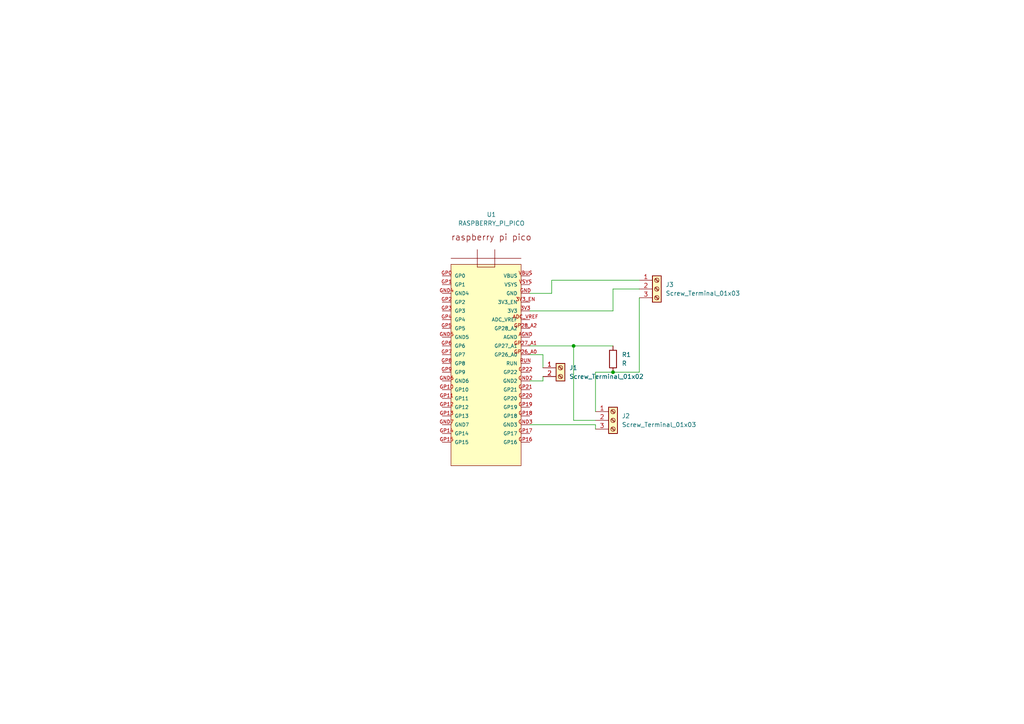
<source format=kicad_sch>
(kicad_sch
	(version 20231120)
	(generator "eeschema")
	(generator_version "8.0")
	(uuid "0a893060-3909-4c84-a771-76270f9a00ed")
	(paper "A4")
	(lib_symbols
		(symbol "Connector:Screw_Terminal_01x02"
			(pin_names
				(offset 1.016) hide)
			(exclude_from_sim no)
			(in_bom yes)
			(on_board yes)
			(property "Reference" "J"
				(at 0 2.54 0)
				(effects
					(font
						(size 1.27 1.27)
					)
				)
			)
			(property "Value" "Screw_Terminal_01x02"
				(at 0 -5.08 0)
				(effects
					(font
						(size 1.27 1.27)
					)
				)
			)
			(property "Footprint" ""
				(at 0 0 0)
				(effects
					(font
						(size 1.27 1.27)
					)
					(hide yes)
				)
			)
			(property "Datasheet" "~"
				(at 0 0 0)
				(effects
					(font
						(size 1.27 1.27)
					)
					(hide yes)
				)
			)
			(property "Description" "Generic screw terminal, single row, 01x02, script generated (kicad-library-utils/schlib/autogen/connector/)"
				(at 0 0 0)
				(effects
					(font
						(size 1.27 1.27)
					)
					(hide yes)
				)
			)
			(property "ki_keywords" "screw terminal"
				(at 0 0 0)
				(effects
					(font
						(size 1.27 1.27)
					)
					(hide yes)
				)
			)
			(property "ki_fp_filters" "TerminalBlock*:*"
				(at 0 0 0)
				(effects
					(font
						(size 1.27 1.27)
					)
					(hide yes)
				)
			)
			(symbol "Screw_Terminal_01x02_1_1"
				(rectangle
					(start -1.27 1.27)
					(end 1.27 -3.81)
					(stroke
						(width 0.254)
						(type default)
					)
					(fill
						(type background)
					)
				)
				(circle
					(center 0 -2.54)
					(radius 0.635)
					(stroke
						(width 0.1524)
						(type default)
					)
					(fill
						(type none)
					)
				)
				(polyline
					(pts
						(xy -0.5334 -2.2098) (xy 0.3302 -3.048)
					)
					(stroke
						(width 0.1524)
						(type default)
					)
					(fill
						(type none)
					)
				)
				(polyline
					(pts
						(xy -0.5334 0.3302) (xy 0.3302 -0.508)
					)
					(stroke
						(width 0.1524)
						(type default)
					)
					(fill
						(type none)
					)
				)
				(polyline
					(pts
						(xy -0.3556 -2.032) (xy 0.508 -2.8702)
					)
					(stroke
						(width 0.1524)
						(type default)
					)
					(fill
						(type none)
					)
				)
				(polyline
					(pts
						(xy -0.3556 0.508) (xy 0.508 -0.3302)
					)
					(stroke
						(width 0.1524)
						(type default)
					)
					(fill
						(type none)
					)
				)
				(circle
					(center 0 0)
					(radius 0.635)
					(stroke
						(width 0.1524)
						(type default)
					)
					(fill
						(type none)
					)
				)
				(pin passive line
					(at -5.08 0 0)
					(length 3.81)
					(name "Pin_1"
						(effects
							(font
								(size 1.27 1.27)
							)
						)
					)
					(number "1"
						(effects
							(font
								(size 1.27 1.27)
							)
						)
					)
				)
				(pin passive line
					(at -5.08 -2.54 0)
					(length 3.81)
					(name "Pin_2"
						(effects
							(font
								(size 1.27 1.27)
							)
						)
					)
					(number "2"
						(effects
							(font
								(size 1.27 1.27)
							)
						)
					)
				)
			)
		)
		(symbol "Connector:Screw_Terminal_01x03"
			(pin_names
				(offset 1.016) hide)
			(exclude_from_sim no)
			(in_bom yes)
			(on_board yes)
			(property "Reference" "J"
				(at 0 5.08 0)
				(effects
					(font
						(size 1.27 1.27)
					)
				)
			)
			(property "Value" "Screw_Terminal_01x03"
				(at 0 -5.08 0)
				(effects
					(font
						(size 1.27 1.27)
					)
				)
			)
			(property "Footprint" ""
				(at 0 0 0)
				(effects
					(font
						(size 1.27 1.27)
					)
					(hide yes)
				)
			)
			(property "Datasheet" "~"
				(at 0 0 0)
				(effects
					(font
						(size 1.27 1.27)
					)
					(hide yes)
				)
			)
			(property "Description" "Generic screw terminal, single row, 01x03, script generated (kicad-library-utils/schlib/autogen/connector/)"
				(at 0 0 0)
				(effects
					(font
						(size 1.27 1.27)
					)
					(hide yes)
				)
			)
			(property "ki_keywords" "screw terminal"
				(at 0 0 0)
				(effects
					(font
						(size 1.27 1.27)
					)
					(hide yes)
				)
			)
			(property "ki_fp_filters" "TerminalBlock*:*"
				(at 0 0 0)
				(effects
					(font
						(size 1.27 1.27)
					)
					(hide yes)
				)
			)
			(symbol "Screw_Terminal_01x03_1_1"
				(rectangle
					(start -1.27 3.81)
					(end 1.27 -3.81)
					(stroke
						(width 0.254)
						(type default)
					)
					(fill
						(type background)
					)
				)
				(circle
					(center 0 -2.54)
					(radius 0.635)
					(stroke
						(width 0.1524)
						(type default)
					)
					(fill
						(type none)
					)
				)
				(polyline
					(pts
						(xy -0.5334 -2.2098) (xy 0.3302 -3.048)
					)
					(stroke
						(width 0.1524)
						(type default)
					)
					(fill
						(type none)
					)
				)
				(polyline
					(pts
						(xy -0.5334 0.3302) (xy 0.3302 -0.508)
					)
					(stroke
						(width 0.1524)
						(type default)
					)
					(fill
						(type none)
					)
				)
				(polyline
					(pts
						(xy -0.5334 2.8702) (xy 0.3302 2.032)
					)
					(stroke
						(width 0.1524)
						(type default)
					)
					(fill
						(type none)
					)
				)
				(polyline
					(pts
						(xy -0.3556 -2.032) (xy 0.508 -2.8702)
					)
					(stroke
						(width 0.1524)
						(type default)
					)
					(fill
						(type none)
					)
				)
				(polyline
					(pts
						(xy -0.3556 0.508) (xy 0.508 -0.3302)
					)
					(stroke
						(width 0.1524)
						(type default)
					)
					(fill
						(type none)
					)
				)
				(polyline
					(pts
						(xy -0.3556 3.048) (xy 0.508 2.2098)
					)
					(stroke
						(width 0.1524)
						(type default)
					)
					(fill
						(type none)
					)
				)
				(circle
					(center 0 0)
					(radius 0.635)
					(stroke
						(width 0.1524)
						(type default)
					)
					(fill
						(type none)
					)
				)
				(circle
					(center 0 2.54)
					(radius 0.635)
					(stroke
						(width 0.1524)
						(type default)
					)
					(fill
						(type none)
					)
				)
				(pin passive line
					(at -5.08 2.54 0)
					(length 3.81)
					(name "Pin_1"
						(effects
							(font
								(size 1.27 1.27)
							)
						)
					)
					(number "1"
						(effects
							(font
								(size 1.27 1.27)
							)
						)
					)
				)
				(pin passive line
					(at -5.08 0 0)
					(length 3.81)
					(name "Pin_2"
						(effects
							(font
								(size 1.27 1.27)
							)
						)
					)
					(number "2"
						(effects
							(font
								(size 1.27 1.27)
							)
						)
					)
				)
				(pin passive line
					(at -5.08 -2.54 0)
					(length 3.81)
					(name "Pin_3"
						(effects
							(font
								(size 1.27 1.27)
							)
						)
					)
					(number "3"
						(effects
							(font
								(size 1.27 1.27)
							)
						)
					)
				)
			)
		)
		(symbol "Device:R"
			(pin_numbers hide)
			(pin_names
				(offset 0)
			)
			(exclude_from_sim no)
			(in_bom yes)
			(on_board yes)
			(property "Reference" "R"
				(at 2.032 0 90)
				(effects
					(font
						(size 1.27 1.27)
					)
				)
			)
			(property "Value" "R"
				(at 0 0 90)
				(effects
					(font
						(size 1.27 1.27)
					)
				)
			)
			(property "Footprint" ""
				(at -1.778 0 90)
				(effects
					(font
						(size 1.27 1.27)
					)
					(hide yes)
				)
			)
			(property "Datasheet" "~"
				(at 0 0 0)
				(effects
					(font
						(size 1.27 1.27)
					)
					(hide yes)
				)
			)
			(property "Description" "Resistor"
				(at 0 0 0)
				(effects
					(font
						(size 1.27 1.27)
					)
					(hide yes)
				)
			)
			(property "ki_keywords" "R res resistor"
				(at 0 0 0)
				(effects
					(font
						(size 1.27 1.27)
					)
					(hide yes)
				)
			)
			(property "ki_fp_filters" "R_*"
				(at 0 0 0)
				(effects
					(font
						(size 1.27 1.27)
					)
					(hide yes)
				)
			)
			(symbol "R_0_1"
				(rectangle
					(start -1.016 -2.54)
					(end 1.016 2.54)
					(stroke
						(width 0.254)
						(type default)
					)
					(fill
						(type none)
					)
				)
			)
			(symbol "R_1_1"
				(pin passive line
					(at 0 3.81 270)
					(length 1.27)
					(name "~"
						(effects
							(font
								(size 1.27 1.27)
							)
						)
					)
					(number "1"
						(effects
							(font
								(size 1.27 1.27)
							)
						)
					)
				)
				(pin passive line
					(at 0 -3.81 90)
					(length 1.27)
					(name "~"
						(effects
							(font
								(size 1.27 1.27)
							)
						)
					)
					(number "2"
						(effects
							(font
								(size 1.27 1.27)
							)
						)
					)
				)
			)
		)
		(symbol "RASPBERRY_PI_PICO:RASPBERRY_PI_PICO"
			(pin_names
				(offset 1.016)
			)
			(exclude_from_sim no)
			(in_bom yes)
			(on_board yes)
			(property "Reference" "U"
				(at 0 0 0)
				(effects
					(font
						(size 1.27 1.27)
					)
					(justify bottom)
				)
			)
			(property "Value" "RASPBERRY_PI_PICO"
				(at 0 0 0)
				(effects
					(font
						(size 1.27 1.27)
					)
					(justify bottom)
				)
			)
			(property "Footprint" "RASPBERRY_PI_PICO:RASPBERRY_PI_PICO"
				(at 0 0 0)
				(effects
					(font
						(size 1.27 1.27)
					)
					(justify bottom)
					(hide yes)
				)
			)
			(property "Datasheet" ""
				(at 0 0 0)
				(effects
					(font
						(size 1.27 1.27)
					)
					(hide yes)
				)
			)
			(property "Description" ""
				(at 0 0 0)
				(effects
					(font
						(size 1.27 1.27)
					)
					(hide yes)
				)
			)
			(property "MF" "Raspberry Pi"
				(at 0 0 0)
				(effects
					(font
						(size 1.27 1.27)
					)
					(justify bottom)
					(hide yes)
				)
			)
			(property "Description_1" "\n                        \n                            Raspberry Pi Board, Arm Cortex-M0+; Core Architecture:Arm; Core Sub-Architecture:Cortex-M0+; Kit Contents:Raspberry Pi Pico Board; No. Of Bits:32Bit; Silicon Core Number:Rp2040; Silicon Manufacturer:Raspberry Pi |Raspberry-Pi RASPBERRY PI PICO\n                        \n"
				(at 0 0 0)
				(effects
					(font
						(size 1.27 1.27)
					)
					(justify bottom)
					(hide yes)
				)
			)
			(property "Package" "None"
				(at 0 0 0)
				(effects
					(font
						(size 1.27 1.27)
					)
					(justify bottom)
					(hide yes)
				)
			)
			(property "Price" "None"
				(at 0 0 0)
				(effects
					(font
						(size 1.27 1.27)
					)
					(justify bottom)
					(hide yes)
				)
			)
			(property "SnapEDA_Link" "https://www.snapeda.com/parts/RASPBERRY%20PI%20PICO/Raspberry+Pi/view-part/?ref=snap"
				(at 0 0 0)
				(effects
					(font
						(size 1.27 1.27)
					)
					(justify bottom)
					(hide yes)
				)
			)
			(property "MP" "RASPBERRY PI PICO"
				(at 0 0 0)
				(effects
					(font
						(size 1.27 1.27)
					)
					(justify bottom)
					(hide yes)
				)
			)
			(property "Availability" "Not in stock"
				(at 0 0 0)
				(effects
					(font
						(size 1.27 1.27)
					)
					(justify bottom)
					(hide yes)
				)
			)
			(property "Check_prices" "https://www.snapeda.com/parts/RASPBERRY%20PI%20PICO/Raspberry+Pi/view-part/?ref=eda"
				(at 0 0 0)
				(effects
					(font
						(size 1.27 1.27)
					)
					(justify bottom)
					(hide yes)
				)
			)
			(symbol "RASPBERRY_PI_PICO_0_0"
				(rectangle
					(start -7.62 -34.7604)
					(end 12.7 23.6596)
					(stroke
						(width 0.1524)
						(type default)
					)
					(fill
						(type background)
					)
				)
				(polyline
					(pts
						(xy 0 22.86) (xy 5.08 22.86)
					)
					(stroke
						(width 0.1524)
						(type default)
					)
					(fill
						(type none)
					)
				)
				(polyline
					(pts
						(xy 0 27.94) (xy 0 22.86)
					)
					(stroke
						(width 0.1524)
						(type default)
					)
					(fill
						(type none)
					)
				)
				(polyline
					(pts
						(xy 5.08 22.86) (xy 5.08 27.94)
					)
					(stroke
						(width 0.1524)
						(type default)
					)
					(fill
						(type none)
					)
				)
				(polyline
					(pts
						(xy 12.7 25.4) (xy -7.62 25.4)
					)
					(stroke
						(width 0.1524)
						(type default)
					)
					(fill
						(type none)
					)
				)
				(text "raspberry pi pico"
					(at -7.62 30.48 0)
					(effects
						(font
							(size 1.778 1.778)
						)
						(justify left bottom)
					)
				)
				(pin bidirectional line
					(at 15.24 10.16 180)
					(length 2.54)
					(name "3V3"
						(effects
							(font
								(size 1.016 1.016)
							)
						)
					)
					(number "3V3"
						(effects
							(font
								(size 1.016 1.016)
							)
						)
					)
				)
				(pin bidirectional line
					(at 15.24 12.7 180)
					(length 2.54)
					(name "3V3_EN"
						(effects
							(font
								(size 1.016 1.016)
							)
						)
					)
					(number "3V3_EN"
						(effects
							(font
								(size 1.016 1.016)
							)
						)
					)
				)
				(pin bidirectional line
					(at 15.24 7.62 180)
					(length 2.54)
					(name "ADC_VREF"
						(effects
							(font
								(size 1.016 1.016)
							)
						)
					)
					(number "ADC_VREF"
						(effects
							(font
								(size 1.016 1.016)
							)
						)
					)
				)
				(pin bidirectional line
					(at 15.24 2.54 180)
					(length 2.54)
					(name "AGND"
						(effects
							(font
								(size 1.016 1.016)
							)
						)
					)
					(number "AGND"
						(effects
							(font
								(size 1.016 1.016)
							)
						)
					)
				)
				(pin bidirectional line
					(at 15.24 15.24 180)
					(length 2.54)
					(name "GND"
						(effects
							(font
								(size 1.016 1.016)
							)
						)
					)
					(number "GND"
						(effects
							(font
								(size 1.016 1.016)
							)
						)
					)
				)
				(pin bidirectional line
					(at 15.24 -10.16 180)
					(length 2.54)
					(name "GND2"
						(effects
							(font
								(size 1.016 1.016)
							)
						)
					)
					(number "GND2"
						(effects
							(font
								(size 1.016 1.016)
							)
						)
					)
				)
				(pin bidirectional line
					(at 15.24 -22.86 180)
					(length 2.54)
					(name "GND3"
						(effects
							(font
								(size 1.016 1.016)
							)
						)
					)
					(number "GND3"
						(effects
							(font
								(size 1.016 1.016)
							)
						)
					)
				)
				(pin bidirectional line
					(at -10.16 15.24 0)
					(length 2.54)
					(name "GND4"
						(effects
							(font
								(size 1.016 1.016)
							)
						)
					)
					(number "GND4"
						(effects
							(font
								(size 1.016 1.016)
							)
						)
					)
				)
				(pin bidirectional line
					(at -10.16 2.54 0)
					(length 2.54)
					(name "GND5"
						(effects
							(font
								(size 1.016 1.016)
							)
						)
					)
					(number "GND5"
						(effects
							(font
								(size 1.016 1.016)
							)
						)
					)
				)
				(pin bidirectional line
					(at -10.16 -10.16 0)
					(length 2.54)
					(name "GND6"
						(effects
							(font
								(size 1.016 1.016)
							)
						)
					)
					(number "GND6"
						(effects
							(font
								(size 1.016 1.016)
							)
						)
					)
				)
				(pin bidirectional line
					(at -10.16 -22.86 0)
					(length 2.54)
					(name "GND7"
						(effects
							(font
								(size 1.016 1.016)
							)
						)
					)
					(number "GND7"
						(effects
							(font
								(size 1.016 1.016)
							)
						)
					)
				)
				(pin bidirectional line
					(at -10.16 20.32 0)
					(length 2.54)
					(name "GP0"
						(effects
							(font
								(size 1.016 1.016)
							)
						)
					)
					(number "GP0"
						(effects
							(font
								(size 1.016 1.016)
							)
						)
					)
				)
				(pin bidirectional line
					(at -10.16 17.78 0)
					(length 2.54)
					(name "GP1"
						(effects
							(font
								(size 1.016 1.016)
							)
						)
					)
					(number "GP1"
						(effects
							(font
								(size 1.016 1.016)
							)
						)
					)
				)
				(pin bidirectional line
					(at -10.16 -12.7 0)
					(length 2.54)
					(name "GP10"
						(effects
							(font
								(size 1.016 1.016)
							)
						)
					)
					(number "GP10"
						(effects
							(font
								(size 1.016 1.016)
							)
						)
					)
				)
				(pin bidirectional line
					(at -10.16 -15.24 0)
					(length 2.54)
					(name "GP11"
						(effects
							(font
								(size 1.016 1.016)
							)
						)
					)
					(number "GP11"
						(effects
							(font
								(size 1.016 1.016)
							)
						)
					)
				)
				(pin bidirectional line
					(at -10.16 -17.78 0)
					(length 2.54)
					(name "GP12"
						(effects
							(font
								(size 1.016 1.016)
							)
						)
					)
					(number "GP12"
						(effects
							(font
								(size 1.016 1.016)
							)
						)
					)
				)
				(pin bidirectional line
					(at -10.16 -20.32 0)
					(length 2.54)
					(name "GP13"
						(effects
							(font
								(size 1.016 1.016)
							)
						)
					)
					(number "GP13"
						(effects
							(font
								(size 1.016 1.016)
							)
						)
					)
				)
				(pin bidirectional line
					(at -10.16 -25.4 0)
					(length 2.54)
					(name "GP14"
						(effects
							(font
								(size 1.016 1.016)
							)
						)
					)
					(number "GP14"
						(effects
							(font
								(size 1.016 1.016)
							)
						)
					)
				)
				(pin bidirectional line
					(at -10.16 -27.94 0)
					(length 2.54)
					(name "GP15"
						(effects
							(font
								(size 1.016 1.016)
							)
						)
					)
					(number "GP15"
						(effects
							(font
								(size 1.016 1.016)
							)
						)
					)
				)
				(pin bidirectional line
					(at 15.24 -27.94 180)
					(length 2.54)
					(name "GP16"
						(effects
							(font
								(size 1.016 1.016)
							)
						)
					)
					(number "GP16"
						(effects
							(font
								(size 1.016 1.016)
							)
						)
					)
				)
				(pin bidirectional line
					(at 15.24 -25.4 180)
					(length 2.54)
					(name "GP17"
						(effects
							(font
								(size 1.016 1.016)
							)
						)
					)
					(number "GP17"
						(effects
							(font
								(size 1.016 1.016)
							)
						)
					)
				)
				(pin bidirectional line
					(at 15.24 -20.32 180)
					(length 2.54)
					(name "GP18"
						(effects
							(font
								(size 1.016 1.016)
							)
						)
					)
					(number "GP18"
						(effects
							(font
								(size 1.016 1.016)
							)
						)
					)
				)
				(pin bidirectional line
					(at 15.24 -17.78 180)
					(length 2.54)
					(name "GP19"
						(effects
							(font
								(size 1.016 1.016)
							)
						)
					)
					(number "GP19"
						(effects
							(font
								(size 1.016 1.016)
							)
						)
					)
				)
				(pin bidirectional line
					(at -10.16 12.7 0)
					(length 2.54)
					(name "GP2"
						(effects
							(font
								(size 1.016 1.016)
							)
						)
					)
					(number "GP2"
						(effects
							(font
								(size 1.016 1.016)
							)
						)
					)
				)
				(pin bidirectional line
					(at 15.24 -15.24 180)
					(length 2.54)
					(name "GP20"
						(effects
							(font
								(size 1.016 1.016)
							)
						)
					)
					(number "GP20"
						(effects
							(font
								(size 1.016 1.016)
							)
						)
					)
				)
				(pin bidirectional line
					(at 15.24 -12.7 180)
					(length 2.54)
					(name "GP21"
						(effects
							(font
								(size 1.016 1.016)
							)
						)
					)
					(number "GP21"
						(effects
							(font
								(size 1.016 1.016)
							)
						)
					)
				)
				(pin bidirectional line
					(at 15.24 -7.62 180)
					(length 2.54)
					(name "GP22"
						(effects
							(font
								(size 1.016 1.016)
							)
						)
					)
					(number "GP22"
						(effects
							(font
								(size 1.016 1.016)
							)
						)
					)
				)
				(pin bidirectional line
					(at 15.24 -2.54 180)
					(length 2.54)
					(name "GP26_A0"
						(effects
							(font
								(size 1.016 1.016)
							)
						)
					)
					(number "GP26_A0"
						(effects
							(font
								(size 1.016 1.016)
							)
						)
					)
				)
				(pin bidirectional line
					(at 15.24 0 180)
					(length 2.54)
					(name "GP27_A1"
						(effects
							(font
								(size 1.016 1.016)
							)
						)
					)
					(number "GP27_A1"
						(effects
							(font
								(size 1.016 1.016)
							)
						)
					)
				)
				(pin bidirectional line
					(at 15.24 5.08 180)
					(length 2.54)
					(name "GP28_A2"
						(effects
							(font
								(size 1.016 1.016)
							)
						)
					)
					(number "GP28_A2"
						(effects
							(font
								(size 1.016 1.016)
							)
						)
					)
				)
				(pin bidirectional line
					(at -10.16 10.16 0)
					(length 2.54)
					(name "GP3"
						(effects
							(font
								(size 1.016 1.016)
							)
						)
					)
					(number "GP3"
						(effects
							(font
								(size 1.016 1.016)
							)
						)
					)
				)
				(pin bidirectional line
					(at -10.16 7.62 0)
					(length 2.54)
					(name "GP4"
						(effects
							(font
								(size 1.016 1.016)
							)
						)
					)
					(number "GP4"
						(effects
							(font
								(size 1.016 1.016)
							)
						)
					)
				)
				(pin bidirectional line
					(at -10.16 5.08 0)
					(length 2.54)
					(name "GP5"
						(effects
							(font
								(size 1.016 1.016)
							)
						)
					)
					(number "GP5"
						(effects
							(font
								(size 1.016 1.016)
							)
						)
					)
				)
				(pin bidirectional line
					(at -10.16 0 0)
					(length 2.54)
					(name "GP6"
						(effects
							(font
								(size 1.016 1.016)
							)
						)
					)
					(number "GP6"
						(effects
							(font
								(size 1.016 1.016)
							)
						)
					)
				)
				(pin bidirectional line
					(at -10.16 -2.54 0)
					(length 2.54)
					(name "GP7"
						(effects
							(font
								(size 1.016 1.016)
							)
						)
					)
					(number "GP7"
						(effects
							(font
								(size 1.016 1.016)
							)
						)
					)
				)
				(pin bidirectional line
					(at -10.16 -5.08 0)
					(length 2.54)
					(name "GP8"
						(effects
							(font
								(size 1.016 1.016)
							)
						)
					)
					(number "GP8"
						(effects
							(font
								(size 1.016 1.016)
							)
						)
					)
				)
				(pin bidirectional line
					(at -10.16 -7.62 0)
					(length 2.54)
					(name "GP9"
						(effects
							(font
								(size 1.016 1.016)
							)
						)
					)
					(number "GP9"
						(effects
							(font
								(size 1.016 1.016)
							)
						)
					)
				)
				(pin bidirectional line
					(at 15.24 -5.08 180)
					(length 2.54)
					(name "RUN"
						(effects
							(font
								(size 1.016 1.016)
							)
						)
					)
					(number "RUN"
						(effects
							(font
								(size 1.016 1.016)
							)
						)
					)
				)
				(pin bidirectional line
					(at 15.24 20.32 180)
					(length 2.54)
					(name "VBUS"
						(effects
							(font
								(size 1.016 1.016)
							)
						)
					)
					(number "VBUS"
						(effects
							(font
								(size 1.016 1.016)
							)
						)
					)
				)
				(pin bidirectional line
					(at 15.24 17.78 180)
					(length 2.54)
					(name "VSYS"
						(effects
							(font
								(size 1.016 1.016)
							)
						)
					)
					(number "VSYS"
						(effects
							(font
								(size 1.016 1.016)
							)
						)
					)
				)
			)
		)
	)
	(junction
		(at 177.8 107.95)
		(diameter 0)
		(color 0 0 0 0)
		(uuid "5c95e3cc-258f-4255-a540-e46cf189d9c6")
	)
	(junction
		(at 166.37 100.33)
		(diameter 0)
		(color 0 0 0 0)
		(uuid "abce9093-8b31-4445-9c46-61c9a4425dae")
	)
	(wire
		(pts
			(xy 160.02 85.09) (xy 160.02 81.28)
		)
		(stroke
			(width 0)
			(type default)
		)
		(uuid "007c5fec-c023-4edd-8f4e-72fc54056221")
	)
	(wire
		(pts
			(xy 157.48 110.49) (xy 153.67 110.49)
		)
		(stroke
			(width 0)
			(type default)
		)
		(uuid "1f463adb-ba0b-442d-b89e-82e313d13eec")
	)
	(wire
		(pts
			(xy 153.67 90.17) (xy 177.8 90.17)
		)
		(stroke
			(width 0)
			(type default)
		)
		(uuid "20493777-f6f7-4ce7-8cff-a739b682a7a1")
	)
	(wire
		(pts
			(xy 153.67 100.33) (xy 166.37 100.33)
		)
		(stroke
			(width 0)
			(type default)
		)
		(uuid "21f37f9f-0fff-467c-84ee-71304554d132")
	)
	(wire
		(pts
			(xy 185.42 107.95) (xy 177.8 107.95)
		)
		(stroke
			(width 0)
			(type default)
		)
		(uuid "242c1dbe-39a7-4995-811e-e26616a5c452")
	)
	(wire
		(pts
			(xy 153.67 85.09) (xy 160.02 85.09)
		)
		(stroke
			(width 0)
			(type default)
		)
		(uuid "4e8e675e-7a51-4b3c-b04a-f095dcb1f678")
	)
	(wire
		(pts
			(xy 166.37 100.33) (xy 177.8 100.33)
		)
		(stroke
			(width 0)
			(type default)
		)
		(uuid "5353135a-302d-4a9f-8f46-5bbe9c0eb5a6")
	)
	(wire
		(pts
			(xy 185.42 86.36) (xy 185.42 107.95)
		)
		(stroke
			(width 0)
			(type default)
		)
		(uuid "551589ac-f48a-4814-88d3-d51f973ba9b4")
	)
	(wire
		(pts
			(xy 172.72 107.95) (xy 177.8 107.95)
		)
		(stroke
			(width 0)
			(type default)
		)
		(uuid "59453344-20a8-4453-af3a-dabb07ff8302")
	)
	(wire
		(pts
			(xy 177.8 90.17) (xy 177.8 83.82)
		)
		(stroke
			(width 0)
			(type default)
		)
		(uuid "5b4f9fba-e88b-499b-8a81-fedde1f78ffa")
	)
	(wire
		(pts
			(xy 172.72 121.92) (xy 166.37 121.92)
		)
		(stroke
			(width 0)
			(type default)
		)
		(uuid "67f3bdc8-9aed-4eed-8534-5216208064ea")
	)
	(wire
		(pts
			(xy 160.02 81.28) (xy 185.42 81.28)
		)
		(stroke
			(width 0)
			(type default)
		)
		(uuid "8a760cc6-cbcc-46f5-ada8-3a3efd43b9de")
	)
	(wire
		(pts
			(xy 172.72 119.38) (xy 172.72 107.95)
		)
		(stroke
			(width 0)
			(type default)
		)
		(uuid "a1266e38-7287-4986-a386-db4c28e764dd")
	)
	(wire
		(pts
			(xy 153.67 123.19) (xy 172.72 123.19)
		)
		(stroke
			(width 0)
			(type default)
		)
		(uuid "a1320a77-c40a-4c76-ad0b-9dff26d01fcf")
	)
	(wire
		(pts
			(xy 177.8 83.82) (xy 185.42 83.82)
		)
		(stroke
			(width 0)
			(type default)
		)
		(uuid "a8d111c5-5d26-4b9d-b8d1-0fc2a681549f")
	)
	(wire
		(pts
			(xy 172.72 123.19) (xy 172.72 124.46)
		)
		(stroke
			(width 0)
			(type default)
		)
		(uuid "b048ebe0-5e6d-4bf1-bf34-39b01194b92a")
	)
	(wire
		(pts
			(xy 157.48 102.87) (xy 157.48 106.68)
		)
		(stroke
			(width 0)
			(type default)
		)
		(uuid "b081895d-dc6f-482a-89bd-ef742b046011")
	)
	(wire
		(pts
			(xy 166.37 121.92) (xy 166.37 100.33)
		)
		(stroke
			(width 0)
			(type default)
		)
		(uuid "cb2af04f-b1ab-4674-a161-3edbb061b55d")
	)
	(wire
		(pts
			(xy 157.48 109.22) (xy 157.48 110.49)
		)
		(stroke
			(width 0)
			(type default)
		)
		(uuid "d18f1ac1-b6a7-4878-870d-9377dc4b5e75")
	)
	(wire
		(pts
			(xy 153.67 102.87) (xy 157.48 102.87)
		)
		(stroke
			(width 0)
			(type default)
		)
		(uuid "dfe474c1-8fc3-4839-81d0-3cbe1d53dcee")
	)
	(symbol
		(lib_id "RASPBERRY_PI_PICO:RASPBERRY_PI_PICO")
		(at 138.43 100.33 0)
		(unit 1)
		(exclude_from_sim no)
		(in_bom yes)
		(on_board yes)
		(dnp no)
		(fields_autoplaced yes)
		(uuid "013ebce8-1ba7-4ee4-ba0a-0d9e0b54a2ce")
		(property "Reference" "U1"
			(at 142.5271 62.23 0)
			(effects
				(font
					(size 1.27 1.27)
				)
			)
		)
		(property "Value" "RASPBERRY_PI_PICO"
			(at 142.5271 64.77 0)
			(effects
				(font
					(size 1.27 1.27)
				)
			)
		)
		(property "Footprint" "RASPBERRY_PI_PICO:RASPBERRY_PI_PICO"
			(at 138.43 100.33 0)
			(effects
				(font
					(size 1.27 1.27)
				)
				(justify bottom)
				(hide yes)
			)
		)
		(property "Datasheet" ""
			(at 138.43 100.33 0)
			(effects
				(font
					(size 1.27 1.27)
				)
				(hide yes)
			)
		)
		(property "Description" ""
			(at 138.43 100.33 0)
			(effects
				(font
					(size 1.27 1.27)
				)
				(hide yes)
			)
		)
		(property "MF" "Raspberry Pi"
			(at 138.43 100.33 0)
			(effects
				(font
					(size 1.27 1.27)
				)
				(justify bottom)
				(hide yes)
			)
		)
		(property "Description_1" "\n                        \n                            Raspberry Pi Board, Arm Cortex-M0+; Core Architecture:Arm; Core Sub-Architecture:Cortex-M0+; Kit Contents:Raspberry Pi Pico Board; No. Of Bits:32Bit; Silicon Core Number:Rp2040; Silicon Manufacturer:Raspberry Pi |Raspberry-Pi RASPBERRY PI PICO\n                        \n"
			(at 138.43 100.33 0)
			(effects
				(font
					(size 1.27 1.27)
				)
				(justify bottom)
				(hide yes)
			)
		)
		(property "Package" "None"
			(at 138.43 100.33 0)
			(effects
				(font
					(size 1.27 1.27)
				)
				(justify bottom)
				(hide yes)
			)
		)
		(property "Price" "None"
			(at 138.43 100.33 0)
			(effects
				(font
					(size 1.27 1.27)
				)
				(justify bottom)
				(hide yes)
			)
		)
		(property "SnapEDA_Link" "https://www.snapeda.com/parts/RASPBERRY%20PI%20PICO/Raspberry+Pi/view-part/?ref=snap"
			(at 138.43 100.33 0)
			(effects
				(font
					(size 1.27 1.27)
				)
				(justify bottom)
				(hide yes)
			)
		)
		(property "MP" "RASPBERRY PI PICO"
			(at 138.43 100.33 0)
			(effects
				(font
					(size 1.27 1.27)
				)
				(justify bottom)
				(hide yes)
			)
		)
		(property "Availability" "Not in stock"
			(at 138.43 100.33 0)
			(effects
				(font
					(size 1.27 1.27)
				)
				(justify bottom)
				(hide yes)
			)
		)
		(property "Check_prices" "https://www.snapeda.com/parts/RASPBERRY%20PI%20PICO/Raspberry+Pi/view-part/?ref=eda"
			(at 138.43 100.33 0)
			(effects
				(font
					(size 1.27 1.27)
				)
				(justify bottom)
				(hide yes)
			)
		)
		(pin "GP7"
			(uuid "7f398f76-84e4-45b1-84a0-53656fb8325f")
		)
		(pin "GND6"
			(uuid "63658f34-7c45-4689-8319-e909798bb4cc")
		)
		(pin "VSYS"
			(uuid "30e5faf8-3a1b-4b52-a359-ae0f8eb61269")
		)
		(pin "GP28_A2"
			(uuid "db143c95-746b-45b4-816b-ed34d57392b7")
		)
		(pin "3V3_EN"
			(uuid "280067aa-0fb6-4795-b0d1-34892c203ebb")
		)
		(pin "GND2"
			(uuid "bbc87734-ad28-4f41-9850-568a0d49fbee")
		)
		(pin "GP2"
			(uuid "82f6b3a0-fbe8-4142-9ab6-fb7f42efa4f9")
		)
		(pin "GP8"
			(uuid "ae9e2d6f-514a-4d3e-b956-4ebfbd5682d7")
		)
		(pin "ADC_VREF"
			(uuid "673162e8-6757-457d-a7da-f7457452327e")
		)
		(pin "GP26_A0"
			(uuid "0009137b-a651-4088-ae37-53cec7a146eb")
		)
		(pin "GP13"
			(uuid "5795ace0-57b5-4818-94a8-1458b82f099a")
		)
		(pin "GP16"
			(uuid "1acc3b38-2a28-4c74-8612-890d653653eb")
		)
		(pin "GP4"
			(uuid "be4bd217-1683-47c6-8410-9bdc2ddd12b4")
		)
		(pin "GND5"
			(uuid "6d073839-342b-485b-be79-39c9abfb9f64")
		)
		(pin "GND"
			(uuid "2b54b9af-d381-4a56-bba6-1373a9a45a14")
		)
		(pin "VBUS"
			(uuid "5276d3a1-bd9e-47e1-821f-5f74b8e95653")
		)
		(pin "GP21"
			(uuid "1d18974e-7486-4672-a353-f2ec2619eee9")
		)
		(pin "GP1"
			(uuid "d11993c4-8cbf-4f05-b5ad-3a06f63355de")
		)
		(pin "GND3"
			(uuid "8aedf363-a22f-45e7-ae2d-cf1c942033e0")
		)
		(pin "RUN"
			(uuid "4debdcce-8ccf-46e7-891a-c3e95d4c7979")
		)
		(pin "GP12"
			(uuid "b8a914e4-6674-484e-9c2c-2ed8e3629abe")
		)
		(pin "GND4"
			(uuid "c35d062c-823f-433a-a367-01cdd1dab7b8")
		)
		(pin "GP15"
			(uuid "257608f6-a123-4637-9fb3-95c025d118e4")
		)
		(pin "AGND"
			(uuid "e622e367-4853-45d2-b884-420e58dc077f")
		)
		(pin "GP14"
			(uuid "65b04431-e0d0-475b-be45-ffac77f677a0")
		)
		(pin "GP6"
			(uuid "7563f57c-bd14-48ed-82c4-da1d7f6d5660")
		)
		(pin "GP9"
			(uuid "c783271f-0b3a-4de2-8b92-4a28b58968ff")
		)
		(pin "GP17"
			(uuid "4d0f3b19-efcf-4e4d-9c93-68d6058f1eab")
		)
		(pin "3V3"
			(uuid "351907c7-5636-42c5-89a9-b1843cbd3d19")
		)
		(pin "GP11"
			(uuid "0fdf3730-cd2b-4d81-b98a-435b290eb322")
		)
		(pin "GP0"
			(uuid "f6ed3380-7a20-4b95-8449-ff9e69ae67ae")
		)
		(pin "GP18"
			(uuid "e3064463-b6f7-401c-8e45-0cacdcb37c5b")
		)
		(pin "GP20"
			(uuid "bdf2863d-3bbe-42bf-83b4-03110af1aac2")
		)
		(pin "GP10"
			(uuid "399bdbe2-a48e-4f53-97f0-b9d589a0814e")
		)
		(pin "GND7"
			(uuid "bf0a0a24-703a-4800-8beb-5653d7b09458")
		)
		(pin "GP27_A1"
			(uuid "7a2f7585-bf3e-46db-975e-eb36f239ac95")
		)
		(pin "GP22"
			(uuid "8adbba58-f977-46d4-b370-c1755b7d79b4")
		)
		(pin "GP19"
			(uuid "0e3b6ca3-f72d-40c7-82d0-3ee5f9346a71")
		)
		(pin "GP3"
			(uuid "356f7de6-8e9f-41a4-904b-ce1aedf4e467")
		)
		(pin "GP5"
			(uuid "35a25c8d-53a5-44dd-b05d-91ab3c4d3e01")
		)
		(instances
			(project ""
				(path "/0a893060-3909-4c84-a771-76270f9a00ed"
					(reference "U1")
					(unit 1)
				)
			)
		)
	)
	(symbol
		(lib_id "Device:R")
		(at 177.8 104.14 0)
		(unit 1)
		(exclude_from_sim no)
		(in_bom yes)
		(on_board yes)
		(dnp no)
		(fields_autoplaced yes)
		(uuid "504b83cb-4033-4240-a61c-5e4ee6b31ebd")
		(property "Reference" "R1"
			(at 180.34 102.8699 0)
			(effects
				(font
					(size 1.27 1.27)
				)
				(justify left)
			)
		)
		(property "Value" "R"
			(at 180.34 105.4099 0)
			(effects
				(font
					(size 1.27 1.27)
				)
				(justify left)
			)
		)
		(property "Footprint" ""
			(at 176.022 104.14 90)
			(effects
				(font
					(size 1.27 1.27)
				)
				(hide yes)
			)
		)
		(property "Datasheet" "~"
			(at 177.8 104.14 0)
			(effects
				(font
					(size 1.27 1.27)
				)
				(hide yes)
			)
		)
		(property "Description" "Resistor"
			(at 177.8 104.14 0)
			(effects
				(font
					(size 1.27 1.27)
				)
				(hide yes)
			)
		)
		(pin "1"
			(uuid "aa83c86f-3bc1-4478-a54d-bb1570bcee62")
		)
		(pin "2"
			(uuid "9a67a755-49fb-4b08-88d1-b1f852f65e3d")
		)
		(instances
			(project ""
				(path "/0a893060-3909-4c84-a771-76270f9a00ed"
					(reference "R1")
					(unit 1)
				)
			)
		)
	)
	(symbol
		(lib_id "Connector:Screw_Terminal_01x03")
		(at 190.5 83.82 0)
		(unit 1)
		(exclude_from_sim no)
		(in_bom yes)
		(on_board yes)
		(dnp no)
		(fields_autoplaced yes)
		(uuid "5b7e2279-a364-4606-bfa6-7d0c1969afea")
		(property "Reference" "J3"
			(at 193.04 82.5499 0)
			(effects
				(font
					(size 1.27 1.27)
				)
				(justify left)
			)
		)
		(property "Value" "Screw_Terminal_01x03"
			(at 193.04 85.0899 0)
			(effects
				(font
					(size 1.27 1.27)
				)
				(justify left)
			)
		)
		(property "Footprint" ""
			(at 190.5 83.82 0)
			(effects
				(font
					(size 1.27 1.27)
				)
				(hide yes)
			)
		)
		(property "Datasheet" "~"
			(at 190.5 83.82 0)
			(effects
				(font
					(size 1.27 1.27)
				)
				(hide yes)
			)
		)
		(property "Description" "Generic screw terminal, single row, 01x03, script generated (kicad-library-utils/schlib/autogen/connector/)"
			(at 190.5 83.82 0)
			(effects
				(font
					(size 1.27 1.27)
				)
				(hide yes)
			)
		)
		(pin "2"
			(uuid "439a1229-5e0a-4f0b-bf69-599c01aea8f8")
		)
		(pin "3"
			(uuid "e5c1d52f-5902-4980-bcac-2f2bc9239383")
		)
		(pin "1"
			(uuid "2b2421f4-5204-4418-87e3-487c6242ae2a")
		)
		(instances
			(project ""
				(path "/0a893060-3909-4c84-a771-76270f9a00ed"
					(reference "J3")
					(unit 1)
				)
			)
		)
	)
	(symbol
		(lib_id "Connector:Screw_Terminal_01x02")
		(at 162.56 106.68 0)
		(unit 1)
		(exclude_from_sim no)
		(in_bom yes)
		(on_board yes)
		(dnp no)
		(fields_autoplaced yes)
		(uuid "c7841454-9e7f-49e7-863d-26bf02f99df4")
		(property "Reference" "J1"
			(at 165.1 106.6799 0)
			(effects
				(font
					(size 1.27 1.27)
				)
				(justify left)
			)
		)
		(property "Value" "Screw_Terminal_01x02"
			(at 165.1 109.2199 0)
			(effects
				(font
					(size 1.27 1.27)
				)
				(justify left)
			)
		)
		(property "Footprint" ""
			(at 162.56 106.68 0)
			(effects
				(font
					(size 1.27 1.27)
				)
				(hide yes)
			)
		)
		(property "Datasheet" "~"
			(at 162.56 106.68 0)
			(effects
				(font
					(size 1.27 1.27)
				)
				(hide yes)
			)
		)
		(property "Description" "Generic screw terminal, single row, 01x02, script generated (kicad-library-utils/schlib/autogen/connector/)"
			(at 162.56 106.68 0)
			(effects
				(font
					(size 1.27 1.27)
				)
				(hide yes)
			)
		)
		(pin "2"
			(uuid "e707817b-adcf-4775-90fa-77a551b2d1a4")
		)
		(pin "1"
			(uuid "9fc9d721-4e43-49c2-ab68-a3896a4994e9")
		)
		(instances
			(project ""
				(path "/0a893060-3909-4c84-a771-76270f9a00ed"
					(reference "J1")
					(unit 1)
				)
			)
		)
	)
	(symbol
		(lib_id "Connector:Screw_Terminal_01x03")
		(at 177.8 121.92 0)
		(unit 1)
		(exclude_from_sim no)
		(in_bom yes)
		(on_board yes)
		(dnp no)
		(fields_autoplaced yes)
		(uuid "ed6c2086-ced8-4ec8-b831-998c8d180ad6")
		(property "Reference" "J2"
			(at 180.34 120.6499 0)
			(effects
				(font
					(size 1.27 1.27)
				)
				(justify left)
			)
		)
		(property "Value" "Screw_Terminal_01x03"
			(at 180.34 123.1899 0)
			(effects
				(font
					(size 1.27 1.27)
				)
				(justify left)
			)
		)
		(property "Footprint" ""
			(at 177.8 121.92 0)
			(effects
				(font
					(size 1.27 1.27)
				)
				(hide yes)
			)
		)
		(property "Datasheet" "~"
			(at 177.8 121.92 0)
			(effects
				(font
					(size 1.27 1.27)
				)
				(hide yes)
			)
		)
		(property "Description" "Generic screw terminal, single row, 01x03, script generated (kicad-library-utils/schlib/autogen/connector/)"
			(at 177.8 121.92 0)
			(effects
				(font
					(size 1.27 1.27)
				)
				(hide yes)
			)
		)
		(pin "2"
			(uuid "66e5bf91-7367-4826-9700-f0a94a595849")
		)
		(pin "3"
			(uuid "9a39939f-e46d-4611-b518-41120fd97003")
		)
		(pin "1"
			(uuid "c00ae923-aeb2-4f4d-927a-8a4fcdb959a7")
		)
		(instances
			(project ""
				(path "/0a893060-3909-4c84-a771-76270f9a00ed"
					(reference "J2")
					(unit 1)
				)
			)
		)
	)
	(sheet_instances
		(path "/"
			(page "1")
		)
	)
)

</source>
